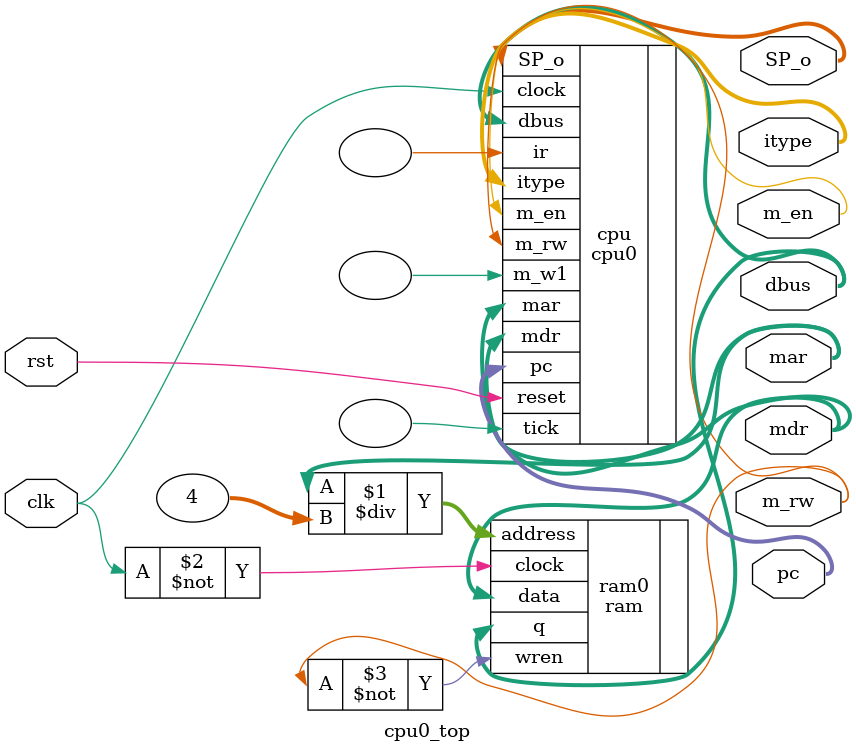
<source format=v>

module cpu0_top(
input clk, input rst, 
output [31:0] pc, mar, mdr, dbus, SP_o,
output m_rw, m_en,
output [3:0] itype
);

/*
//cpu0
wire [3:0] itype;
wire m_rw, m_en;
wire [31:0] mar, mdr, dbus;
*/

//RAM
wire r_clk, r_rw;
wire [31:0] r_addr, r_mdr, r_data;


cpu0 cpu(
.clock(clk),
.reset(rst),
.itype(itype),
.pc(pc),
.tick(),
.ir(),
.mar(mar),
.mdr(mdr),
.dbus(dbus),
.m_en(m_en),
.m_rw(m_rw),
.m_w1(),
.SP_o(SP_o)
);

ram ram0(
.address(mar/4),
.clock(~clk),
.data(mdr),
.wren(~m_rw),
.q(dbus)
);

endmodule

</source>
